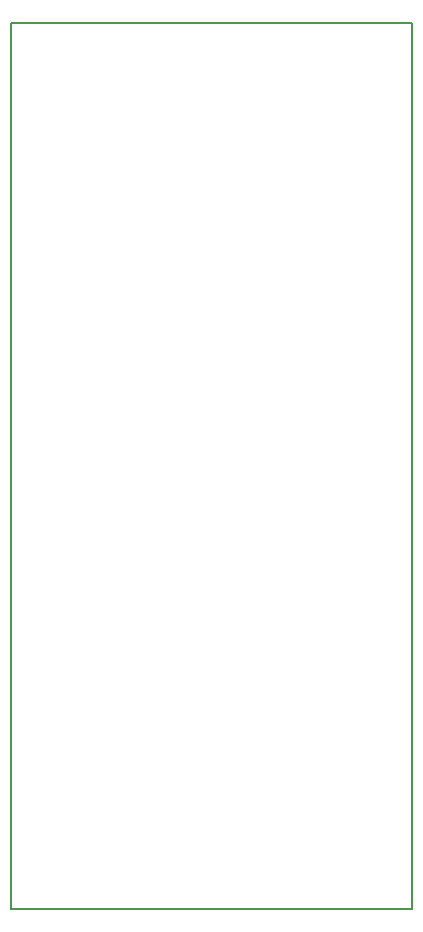
<source format=gbr>
G04 DipTrace 3.2.0.1*
G04 BoardOutline.gbr*
%MOIN*%
G04 #@! TF.FileFunction,Profile*
G04 #@! TF.Part,Single*
%ADD11C,0.005512*%
%FSLAX26Y26*%
G04*
G70*
G90*
G75*
G01*
G04 BoardOutline*
%LPD*%
X393701Y3346457D2*
D11*
X1732283D1*
Y393701D1*
X393701D1*
Y3346457D1*
M02*

</source>
